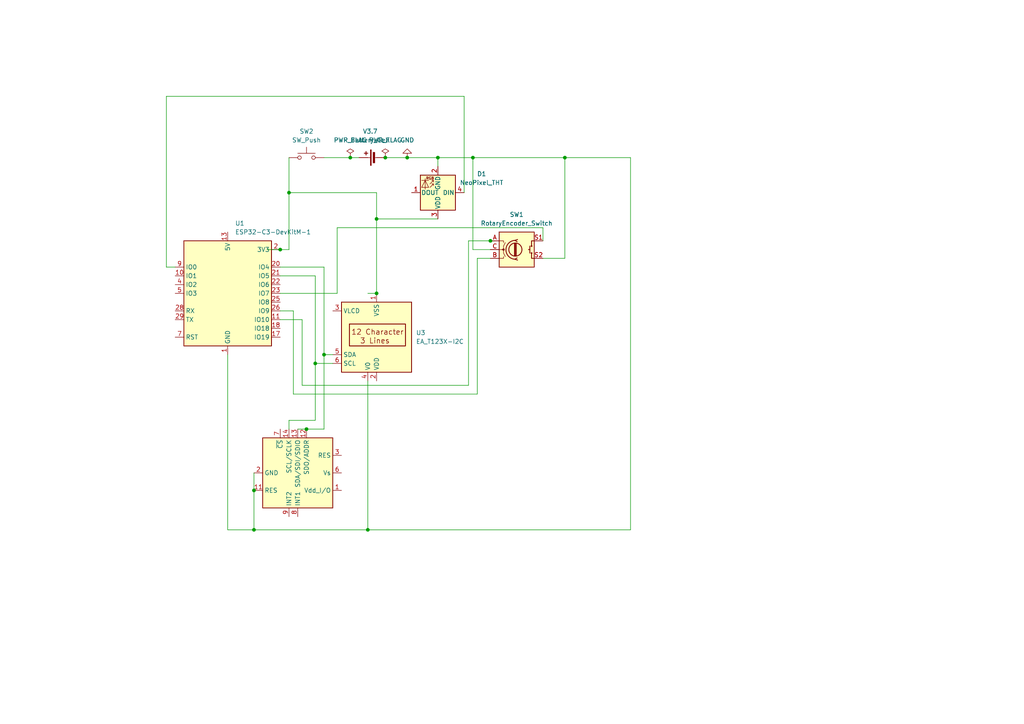
<source format=kicad_sch>
(kicad_sch (version 20250114) (generator "eeschema") (generator_version "9.0")
  (paper "A4")
  (lib_symbols
    (symbol "Device:Battery_Cell" (pin_numbers (hide yes)) (pin_names (offset 0) (hide yes))
      (property "Reference" "BT" (at 2.54 2.54 0))
      (property "Value" "Battery_Cell" (at 2.54 0 0))
      (symbol "Battery_Cell_0_1"
        (rectangle (start -2.286 1.778) (end 2.286 1.524) (fill (type outline)))
        (rectangle (start -1.524 1.016) (end 1.524 0.508) (fill (type outline)))
        (polyline (pts (xy 0 1.778) (xy 0 2.54)))
        (polyline (pts (xy 0 0.762) (xy 0 0)))
        (polyline (pts (xy 0.762 3.048) (xy 1.778 3.048)) (stroke (width 0.254)))
        (polyline (pts (xy 1.27 3.556) (xy 1.27 2.54)) (stroke (width 0.254)))
      )
      (symbol "Battery_Cell_1_1"
        (pin passive line (at 0 5.08 270) (length 2.54) (name "+") (number "1"))
        (pin passive line (at 0 -2.54 90) (length 2.54) (name "-") (number "2"))
      )
    )
    (symbol "Device:RotaryEncoder_Switch" (pin_names (offset 0.254) (hide yes))
      (property "Reference" "SW" (at 0 6.604 0))
      (property "Value" "RotaryEncoder_Switch" (at 0 -6.604 0))
      (symbol "RotaryEncoder_Switch_0_1"
        (rectangle (start -5.08 5.08) (end 5.08 -5.08) (stroke (width 0.254)) (fill (type background)))
        (polyline (pts (xy -5.08 2.54) (xy -3.81 2.54) (xy -3.81 2.032)))
        (polyline (pts (xy -5.08 0) (xy -3.81 0) (xy -3.81 -1.016) (xy -3.302 -2.032)))
        (polyline (pts (xy -5.08 -2.54) (xy -3.81 -2.54) (xy -3.81 -2.032)))
        (polyline (pts (xy -4.318 0) (xy -3.81 0) (xy -3.81 1.016) (xy -3.302 2.032)))
        (circle (center -3.81 0) (radius 0.254) (fill (type outline)))
        (polyline (pts (xy -0.635 -1.778) (xy -0.635 1.778)) (stroke (width 0.254)))
        (circle (center -0.381 0) (radius 1.905) (stroke (width 0.254)))
        (polyline (pts (xy -0.381 -1.778) (xy -0.381 1.778)) (stroke (width 0.254)))
        (arc (start -0.381 -2.794) (mid -3.0988 -0.0635) (end -0.381 2.667) (stroke (width 0.254)))
        (polyline (pts (xy -0.127 1.778) (xy -0.127 -1.778)) (stroke (width 0.254)))
        (polyline (pts (xy 0.254 2.921) (xy -0.508 2.667) (xy 0.127 2.286)) (stroke (width 0.254)))
        (polyline (pts (xy 0.254 -3.048) (xy -0.508 -2.794) (xy 0.127 -2.413)) (stroke (width 0.254)))
        (polyline (pts (xy 3.81 1.016) (xy 3.81 -1.016)) (stroke (width 0.254)))
        (polyline (pts (xy 3.81 0) (xy 3.429 0)) (stroke (width 0.254)))
        (circle (center 4.318 1.016) (radius 0.127) (stroke (width 0.254)))
        (circle (center 4.318 -1.016) (radius 0.127) (stroke (width 0.254)))
        (polyline (pts (xy 5.08 2.54) (xy 4.318 2.54) (xy 4.318 1.016)) (stroke (width 0.254)))
        (polyline (pts (xy 5.08 -2.54) (xy 4.318 -2.54) (xy 4.318 -1.016)) (stroke (width 0.254)))
      )
      (symbol "RotaryEncoder_Switch_1_1"
        (pin passive line (at -7.62 2.54 0) (length 2.54) (name "A") (number "A"))
        (pin passive line (at -7.62 0 0) (length 2.54) (name "C") (number "C"))
        (pin passive line (at -7.62 -2.54 0) (length 2.54) (name "B") (number "B"))
        (pin passive line (at 7.62 2.54 180) (length 2.54) (name "S1") (number "S1"))
        (pin passive line (at 7.62 -2.54 180) (length 2.54) (name "S2") (number "S2"))
      )
    )
    (symbol "Display_Character:EA_T123X-I2C"
      (property "Reference" "U" (at -8.89 11.43 0))
      (property "Value" "EA_T123X-I2C" (at 3.556 11.684 0))
      (symbol "EA_T123X-I2C_0_0"
        (rectangle (start -7.874 2.54) (end 8.382 -3.81) (stroke (width 0.254)))
        (text "12 Character" (at -7.366 -1.524 0) (effects (font (size 1.524 1.524)) (justify left)))
        (text "3 Lines" (at -4.826 1.016 0) (effects (font (size 1.524 1.524)) (justify left)))
      )
      (symbol "EA_T123X-I2C_0_1"
        (rectangle (start -10.16 10.16) (end 10.16 -10.16) (stroke (width 0.254)) (fill (type background)))
      )
      (symbol "EA_T123X-I2C_1_1"
        (pin input line (at -12.7 7.62 0) (length 2.54) (name "SCL") (number "6"))
        (pin bidirectional line (at -12.7 5.08 0) (length 2.54) (name "SDA") (number "5"))
        (pin input line (at -12.7 -7.62 0) (length 2.54) (name "VLCD") (number "3"))
        (pin power_in line (at -2.54 12.7 270) (length 2.54) (name "V0") (number "4"))
        (pin power_in line (at 0 12.7 270) (length 2.54) (name "VDD") (number "2"))
        (pin power_in line (at 0 -12.7 90) (length 2.54) (name "VSS") (number "1"))
      )
    )
    (symbol "LED:NeoPixel_THT" (pin_names (offset 0.254))
      (property "Reference" "D" (at 5.08 5.715 0))
      (property "Value" "NeoPixel_THT" (at 1.27 -5.715 0))
      (symbol "NeoPixel_THT_0_0"
        (text "RGB" (at 2.286 -4.191 0) (effects (font (size 0.762 0.762))))
      )
      (symbol "NeoPixel_THT_0_1"
        (polyline (pts (xy 1.27 -2.54) (xy 1.778 -2.54)))
        (polyline (pts (xy 1.27 -3.556) (xy 1.778 -3.556)))
        (polyline (pts (xy 2.286 -1.524) (xy 1.27 -2.54) (xy 1.27 -2.032)))
        (polyline (pts (xy 2.286 -2.54) (xy 1.27 -3.556) (xy 1.27 -3.048)))
        (polyline (pts (xy 3.683 -1.016) (xy 3.683 -3.556) (xy 3.683 -4.064)))
        (polyline (pts (xy 4.699 -1.524) (xy 2.667 -1.524) (xy 3.683 -3.556) (xy 4.699 -1.524)))
        (polyline (pts (xy 4.699 -3.556) (xy 2.667 -3.556)))
        (rectangle (start 5.08 5.08) (end -5.08 -5.08) (stroke (width 0.254)) (fill (type background)))
      )
      (symbol "NeoPixel_THT_1_1"
        (pin input line (at -7.62 0 0) (length 2.54) (name "DIN") (number "4"))
        (pin power_in line (at 0 7.62 270) (length 2.54) (name "VDD") (number "3"))
        (pin power_in line (at 0 -7.62 90) (length 2.54) (name "GND") (number "2"))
        (pin output line (at 7.62 0 180) (length 2.54) (name "DOUT") (number "1"))
      )
    )
    (symbol "RF_Module:ESP32-C3-DevKitM-1"
      (property "Reference" "U" (at 7.62 16.51 0))
      (property "Value" "ESP32-C3-DevKitM-1" (at 11.684 -16.764 0))
      (symbol "ESP32-C3-DevKitM-1_1_1"
        (rectangle (start -12.7 15.24) (end 12.7 -15.24) (stroke (width 0.254)) (fill (type background)))
        (pin bidirectional line (at -15.24 7.62 0) (length 2.54) (name "IO0") (number "9"))
        (pin bidirectional line (at -15.24 5.08 0) (length 2.54) (name "IO1") (number "10"))
        (pin bidirectional line (at -15.24 2.54 0) (length 2.54) (name "IO2") (number "4"))
        (pin bidirectional line (at -15.24 0 0) (length 2.54) (name "IO3") (number "5"))
        (pin input line (at -15.24 -5.08 0) (length 2.54) (name "RX") (number "28"))
        (pin output line (at -15.24 -7.62 0) (length 2.54) (name "TX") (number "29"))
        (pin input line (at -15.24 -12.7 0) (length 2.54) (name "RST") (number "7"))
        (pin passive line (at 0 17.78 270) (length 2.54) (name "5V") (number "13"))
        (pin passive line (at 0 17.78 270) (length 2.54) (hide yes) (name "5V") (number "14"))
        (pin power_in line (at 0 -17.78 90) (length 2.54) (name "GND") (number "1"))
        (pin passive line (at 0 -17.78 90) (length 2.54) (hide yes) (name "GND") (number "12"))
        (pin passive line (at 0 -17.78 90) (length 2.54) (hide yes) (name "GND") (number "15"))
        (pin passive line (at 0 -17.78 90) (length 2.54) (hide yes) (name "GND") (number "16"))
        (pin passive line (at 0 -17.78 90) (length 2.54) (hide yes) (name "GND") (number "19"))
        (pin passive line (at 0 -17.78 90) (length 2.54) (hide yes) (name "GND") (number "24"))
        (pin passive line (at 0 -17.78 90) (length 2.54) (hide yes) (name "GND") (number "27"))
        (pin passive line (at 0 -17.78 90) (length 2.54) (hide yes) (name "GND") (number "30"))
        (pin passive line (at 0 -17.78 90) (length 2.54) (hide yes) (name "GND") (number "6"))
        (pin passive line (at 0 -17.78 90) (length 2.54) (hide yes) (name "GND") (number "8"))
        (pin power_out line (at 15.24 12.7 180) (length 2.54) (name "3V3") (number "2"))
        (pin passive line (at 15.24 12.7 180) (length 2.54) (hide yes) (name "3V3") (number "3"))
        (pin bidirectional line (at 15.24 7.62 180) (length 2.54) (name "IO4") (number "20"))
        (pin bidirectional line (at 15.24 5.08 180) (length 2.54) (name "IO5") (number "21"))
        (pin bidirectional line (at 15.24 2.54 180) (length 2.54) (name "IO6") (number "22"))
        (pin bidirectional line (at 15.24 0 180) (length 2.54) (name "IO7") (number "23"))
        (pin bidirectional line (at 15.24 -2.54 180) (length 2.54) (name "IO8") (number "25"))
        (pin bidirectional line (at 15.24 -5.08 180) (length 2.54) (name "IO9") (number "26"))
        (pin bidirectional line (at 15.24 -7.62 180) (length 2.54) (name "IO10") (number "11"))
        (pin bidirectional line (at 15.24 -10.16 180) (length 2.54) (name "IO18") (number "18"))
        (pin bidirectional line (at 15.24 -12.7 180) (length 2.54) (name "IO19") (number "17"))
      )
    )
    (symbol "Sensor_Motion:ADXL343"
      (property "Reference" "U" (at -8.89 11.43 0))
      (property "Value" "ADXL343" (at -7.62 -11.43 0))
      (symbol "ADXL343_0_1"
        (rectangle (start -10.16 10.16) (end 10.16 -10.16) (stroke (width 0.254)) (fill (type background)))
      )
      (symbol "ADXL343_1_1"
        (pin bidirectional line (at -12.7 2.54 0) (length 2.54) (name "SDO/ADDR") (number "12"))
        (pin bidirectional line (at -12.7 0 0) (length 2.54) (name "SDA/SDI/SDIO") (number "13"))
        (pin input line (at -12.7 -2.54 0) (length 2.54) (name "SCL/SCLK") (number "14"))
        (pin input line (at -12.7 -5.08 0) (length 2.54) (name "~{CS}") (number "7"))
        (pin passive line (at -5.08 12.7 270) (length 2.54) (name "RES") (number "3"))
        (pin no_connect line (at -5.08 -10.16 90) (length 2.54) (hide yes) (name "NC") (number "10"))
        (pin power_in line (at 0 12.7 270) (length 2.54) (name "Vs") (number "6"))
        (pin power_in line (at 0 -12.7 90) (length 2.54) (name "GND") (number "2"))
        (pin passive line (at 0 -12.7 90) (length 2.54) (hide yes) (name "GND") (number "4"))
        (pin passive line (at 0 -12.7 90) (length 2.54) (hide yes) (name "GND") (number "5"))
        (pin power_in line (at 5.08 12.7 270) (length 2.54) (name "Vdd_I/O") (number "1"))
        (pin passive line (at 5.08 -12.7 90) (length 2.54) (name "RES") (number "11"))
        (pin output line (at 12.7 0 180) (length 2.54) (name "INT1") (number "8"))
        (pin output line (at 12.7 -2.54 180) (length 2.54) (name "INT2") (number "9"))
      )
    )
    (symbol "Switch:SW_Push" (pin_numbers (hide yes)) (pin_names (offset 1.016) (hide yes))
      (property "Reference" "SW" (at 1.27 2.54 0))
      (property "Value" "SW_Push" (at 0 -1.524 0))
      (symbol "SW_Push_0_1"
        (circle (center -2.032 0) (radius 0.508))
        (polyline (pts (xy 0 1.27) (xy 0 3.048)))
        (circle (center 2.032 0) (radius 0.508))
        (polyline (pts (xy 2.54 1.27) (xy -2.54 1.27)))
        (pin passive line (at -5.08 0 0) (length 2.54) (name "1") (number "1"))
        (pin passive line (at 5.08 0 180) (length 2.54) (name "2") (number "2"))
      )
    )
    (symbol "power:GND" (power) (pin_numbers (hide yes)) (pin_names (offset 0) (hide yes))
      (property "Value" "GND" (at 0 -3.81 0))
      (symbol "GND_0_1"
        (polyline (pts (xy 0 0) (xy 0 -1.27) (xy 1.27 -1.27) (xy 0 -2.54) (xy -1.27 -1.27) (xy 0 -1.27)))
      )
      (symbol "GND_1_1"
        (pin power_in line (at 0 0 270) (length 0) (name "~") (number "1"))
      )
    )
    (symbol "power:PWR_FLAG" (power) (pin_numbers (hide yes)) (pin_names (offset 0) (hide yes))
      (property "Value" "PWR_FLAG" (at 0 3.81 0))
      (symbol "PWR_FLAG_0_0"
        (pin power_out line (at 0 0 90) (length 0) (name "~") (number "1"))
      )
      (symbol "PWR_FLAG_0_1"
        (polyline (pts (xy 0 0) (xy 0 1.27) (xy -1.016 1.905) (xy 0 2.54) (xy 1.016 1.905) (xy 0 1.27)))
      )
    )
  )
  (junction (at 73.66 142.24))
  (junction (at 88.9 124.46))
  (junction (at 83.82 55.88))
  (junction (at 91.44 105.41))
  (junction (at 142.24 69.85))
  (junction (at 163.83 45.72))
  (junction (at 101.6 45.72))
  (junction (at 111.76 45.72))
  (junction (at 93.98 102.87))
  (junction (at 73.66 153.67))
  (junction (at 118.11 45.72))
  (junction (at 81.28 72.39))
  (junction (at 109.22 63.5))
  (junction (at 127 45.72))
  (junction (at 109.22 85.09))
  (junction (at 137.16 45.72))
  (junction (at 106.68 153.67))
  (wire (pts (xy 157.48 74.93) (xy 163.83 74.93)))
  (wire (pts (xy 77.47 72.39) (xy 81.28 72.39)))
  (wire (pts (xy 127 63.5) (xy 109.22 63.5)))
  (wire (pts (xy 96.52 102.87) (xy 93.98 102.87)))
  (wire (pts (xy 182.88 153.67) (xy 182.88 45.72)))
  (wire (pts (xy 83.82 55.88) (xy 83.82 45.72)))
  (wire (pts (xy 138.43 114.3) (xy 85.09 114.3)))
  (wire (pts (xy 93.98 45.72) (xy 101.6 45.72)))
  (wire (pts (xy 137.16 72.39) (xy 137.16 45.72)))
  (wire (pts (xy 111.76 45.72) (xy 118.11 45.72)))
  (wire (pts (xy 81.28 80.01) (xy 91.44 80.01)))
  (wire (pts (xy 135.89 69.85) (xy 142.24 69.85)))
  (wire (pts (xy 87.63 111.76) (xy 87.63 92.71)))
  (wire (pts (xy 137.16 45.72) (xy 163.83 45.72)))
  (wire (pts (xy 109.22 55.88) (xy 83.82 55.88)))
  (wire (pts (xy 106.68 85.09) (xy 109.22 85.09)))
  (wire (pts (xy 142.24 69.85) (xy 143.51 69.85)))
  (wire (pts (xy 127 45.72) (xy 137.16 45.72)))
  (wire (pts (xy 85.09 90.17) (xy 81.28 90.17)))
  (wire (pts (xy 157.48 66.04) (xy 97.79 66.04)))
  (wire (pts (xy 109.22 63.5) (xy 109.22 85.09)))
  (wire (pts (xy 91.44 80.01) (xy 91.44 105.41)))
  (wire (pts (xy 83.82 121.92) (xy 91.44 121.92)))
  (wire (pts (xy 163.83 45.72) (xy 163.83 74.93)))
  (wire (pts (xy 134.62 55.88) (xy 134.62 27.94)))
  (wire (pts (xy 135.89 69.85) (xy 135.89 111.76)))
  (wire (pts (xy 85.09 114.3) (xy 85.09 90.17)))
  (wire (pts (xy 87.63 92.71) (xy 81.28 92.71)))
  (wire (pts (xy 86.36 124.46) (xy 88.9 124.46)))
  (wire (pts (xy 127 45.72) (xy 127 48.26)))
  (wire (pts (xy 157.48 69.85) (xy 157.48 66.04)))
  (wire (pts (xy 142.24 74.93) (xy 138.43 74.93)))
  (wire (pts (xy 66.04 102.87) (xy 66.04 153.67)))
  (wire (pts (xy 97.79 66.04) (xy 97.79 85.09)))
  (wire (pts (xy 73.66 153.67) (xy 73.66 142.24)))
  (wire (pts (xy 88.9 124.46) (xy 93.98 124.46)))
  (wire (pts (xy 48.26 77.47) (xy 50.8 77.47)))
  (wire (pts (xy 138.43 74.93) (xy 138.43 114.3)))
  (wire (pts (xy 163.83 45.72) (xy 182.88 45.72)))
  (wire (pts (xy 83.82 72.39) (xy 83.82 55.88)))
  (wire (pts (xy 109.22 55.88) (xy 109.22 63.5)))
  (wire (pts (xy 91.44 105.41) (xy 96.52 105.41)))
  (wire (pts (xy 106.68 153.67) (xy 182.88 153.67)))
  (wire (pts (xy 91.44 105.41) (xy 91.44 121.92)))
  (wire (pts (xy 48.26 27.94) (xy 48.26 77.47)))
  (wire (pts (xy 81.28 85.09) (xy 97.79 85.09)))
  (wire (pts (xy 101.6 45.72) (xy 104.14 45.72)))
  (wire (pts (xy 93.98 124.46) (xy 93.98 102.87)))
  (wire (pts (xy 135.89 111.76) (xy 87.63 111.76)))
  (wire (pts (xy 134.62 27.94) (xy 48.26 27.94)))
  (wire (pts (xy 106.68 110.49) (xy 106.68 153.67)))
  (wire (pts (xy 66.04 153.67) (xy 73.66 153.67)))
  (wire (pts (xy 127 45.72) (xy 118.11 45.72)))
  (wire (pts (xy 73.66 142.24) (xy 73.66 137.16)))
  (wire (pts (xy 93.98 102.87) (xy 93.98 77.47)))
  (wire (pts (xy 83.82 124.46) (xy 83.82 121.92)))
  (wire (pts (xy 142.24 72.39) (xy 137.16 72.39)))
  (wire (pts (xy 93.98 77.47) (xy 81.28 77.47)))
  (wire (pts (xy 73.66 153.67) (xy 106.68 153.67)))
  (wire (pts (xy 81.28 72.39) (xy 83.82 72.39)))
  (symbol (lib_id "RF_Module:ESP32-C3-DevKitM-1") (at 66.04 85.09 0) (unit 1)
    (property "Reference" "U1" (at 68.1833 64.77 0) (effects (justify left)))
    (property "Value" "ESP32-C3-DevKitM-1" (at 68.1833 67.31 0) (effects (justify left)))
    (property "Footprint" "RF_Module:ESP32-C3-DevKitM-1" (effects (hide yes)))
    (property "Datasheet" "https://docs.espressif.com/projects/esp-idf/en/latest/esp32c3/hw-reference/esp32c3/user-guide-devkitm-1.html" (effects (hide yes)))
    (property "Description" "Development board featuring ESP32-C3-MINI-1 module" (effects (hide yes)))
  )
  (symbol (lib_id "Device:RotaryEncoder_Switch") (at 149.86 72.39 0) (unit 1)
    (property "Reference" "SW1" (at 149.86 62.23 0))
    (property "Value" "RotaryEncoder_Switch" (at 149.86 64.77 0))
    (property "Description" "Rotary encoder, dual channel, incremental quadrate outputs, with switch" (effects (hide yes)))
  )
  (symbol (lib_id "power:PWR_FLAG") (at 111.76 45.72 0) (unit 1)
    (property "Reference" "#FLG03" (effects (hide yes)))
    (property "Value" "PWR_FLAG" (at 111.76 40.64 0))
    (property "Description" "Special symbol for telling ERC where power comes from" (effects (hide yes)))
  )
  (symbol (lib_id "Display_Character:EA_T123X-I2C") (at 109.22 97.79 0) (mirror x) (unit 1)
    (property "Reference" "U3" (at 120.65 96.5199 0) (effects (justify left)))
    (property "Value" "EA_T123X-I2C" (at 120.65 99.0599 0) (effects (justify left)))
    (property "Footprint" "Display:EA_T123X-I2C" (effects (hide yes)))
    (property "Datasheet" "http://www.lcd-module.de/pdf/doma/t123-i2c.pdf" (effects (hide yes)))
    (property "Description" "3 Lines, 12 character alpha numeric LCD, transreflective STN and FSTN Gray, I2C, single or dual power" (effects (hide yes)))
  )
  (symbol (lib_id "power:PWR_FLAG") (at 101.6 45.72 0) (unit 1)
    (property "Reference" "#FLG01" (effects (hide yes)))
    (property "Value" "PWR_FLAG" (at 101.6 40.64 0))
    (property "Description" "Special symbol for telling ERC where power comes from" (effects (hide yes)))
  )
  (symbol (lib_id "LED:NeoPixel_THT") (at 127 55.88 180) (unit 1)
    (property "Reference" "D1" (at 139.7 50.4346 0))
    (property "Value" "NeoPixel_THT" (at 139.7 52.9746 0))
    (property "Datasheet" "https://www.adafruit.com/product/1938" (effects (hide yes)))
    (property "Description" "RGB LED with integrated controller, 5mm/8mm LED package" (effects (hide yes)))
  )
  (symbol (lib_id "Sensor_Motion:ADXL343") (at 86.36 137.16 270) (unit 1)
    (property "Reference" "U2" (effects (hide yes)))
    (property "Value" "ADXL343" (effects (hide yes)))
    (property "Footprint" "Package_LGA:LGA-14_3x5mm_P0.8mm_LayoutBorder1x6y" (effects (hide yes)))
    (property "Datasheet" "https://www.analog.com/media/en/technical-documentation/data-sheets/ADXL343.pdf" (effects (hide yes)))
    (property "Description" "3-Axis MEMS Accelerometer, 2/4/8/16g range, I2C/SPI, LGA-14" (effects (hide yes)))
  )
  (symbol (lib_id "power:GND") (at 118.11 45.72 180) (unit 1)
    (property "Reference" "#PWR01" (effects (hide yes)))
    (property "Value" "GND" (at 118.11 40.64 0))
    (property "Description" "Power symbol creates a global label with name \"GND\" , ground" (effects (hide yes)))
  )
  (symbol (lib_id "Device:Battery_Cell") (at 109.22 45.72 90) (unit 1)
    (property "Reference" "V3.7" (at 107.3785 38.1 90))
    (property "Value" "Battery_Cell" (at 107.3785 40.64 90))
    (property "Description" "Single-cell battery" (effects (hide yes)))
  )
  (symbol (lib_id "Switch:SW_Push") (at 88.9 45.72 0) (unit 1)
    (property "Reference" "SW2" (at 88.9 38.1 0))
    (property "Value" "SW_Push" (at 88.9 40.64 0))
    (property "Description" "Push button switch, generic, two pins" (effects (hide yes)))
  )
)
</source>
